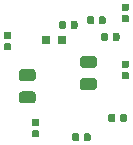
<source format=gbr>
G04 #@! TF.GenerationSoftware,KiCad,Pcbnew,6.0.0-rc1-unknown-r13540.595666d46.fc27*
G04 #@! TF.CreationDate,2018-10-03T14:03:05+02:00*
G04 #@! TF.ProjectId,Bricoleur-pcb,427269636F6C6575722D7063622E6B69,rev?*
G04 #@! TF.SameCoordinates,Original*
G04 #@! TF.FileFunction,Paste,Bot*
G04 #@! TF.FilePolarity,Positive*
%FSLAX46Y46*%
G04 Gerber Fmt 4.6, Leading zero omitted, Abs format (unit mm)*
G04 Created by KiCad (PCBNEW 6.0.0-rc1-unknown-r13540.595666d46.fc27) date Wed Oct  3 14:03:05 2018*
%MOMM*%
%LPD*%
G01*
G04 APERTURE LIST*
%ADD10C,0.100000*%
%ADD11C,0.590000*%
%ADD12C,0.975000*%
%ADD13R,0.700000X0.700000*%
G04 APERTURE END LIST*
D10*
G04 #@! TO.C,C17*
G36*
X118360443Y-136705925D02*
X118374761Y-136708049D01*
X118388802Y-136711566D01*
X118402431Y-136716443D01*
X118415516Y-136722632D01*
X118427932Y-136730073D01*
X118439558Y-136738696D01*
X118450283Y-136748417D01*
X118460004Y-136759142D01*
X118468627Y-136770768D01*
X118476068Y-136783184D01*
X118482257Y-136796269D01*
X118487134Y-136809898D01*
X118490651Y-136823939D01*
X118492775Y-136838257D01*
X118493485Y-136852715D01*
X118493485Y-137197715D01*
X118492775Y-137212173D01*
X118490651Y-137226491D01*
X118487134Y-137240532D01*
X118482257Y-137254161D01*
X118476068Y-137267246D01*
X118468627Y-137279662D01*
X118460004Y-137291288D01*
X118450283Y-137302013D01*
X118439558Y-137311734D01*
X118427932Y-137320357D01*
X118415516Y-137327798D01*
X118402431Y-137333987D01*
X118388802Y-137338864D01*
X118374761Y-137342381D01*
X118360443Y-137344505D01*
X118345985Y-137345215D01*
X118050985Y-137345215D01*
X118036527Y-137344505D01*
X118022209Y-137342381D01*
X118008168Y-137338864D01*
X117994539Y-137333987D01*
X117981454Y-137327798D01*
X117969038Y-137320357D01*
X117957412Y-137311734D01*
X117946687Y-137302013D01*
X117936966Y-137291288D01*
X117928343Y-137279662D01*
X117920902Y-137267246D01*
X117914713Y-137254161D01*
X117909836Y-137240532D01*
X117906319Y-137226491D01*
X117904195Y-137212173D01*
X117903485Y-137197715D01*
X117903485Y-136852715D01*
X117904195Y-136838257D01*
X117906319Y-136823939D01*
X117909836Y-136809898D01*
X117914713Y-136796269D01*
X117920902Y-136783184D01*
X117928343Y-136770768D01*
X117936966Y-136759142D01*
X117946687Y-136748417D01*
X117957412Y-136738696D01*
X117969038Y-136730073D01*
X117981454Y-136722632D01*
X117994539Y-136716443D01*
X118008168Y-136711566D01*
X118022209Y-136708049D01*
X118036527Y-136705925D01*
X118050985Y-136705215D01*
X118345985Y-136705215D01*
X118360443Y-136705925D01*
X118360443Y-136705925D01*
G37*
D11*
X118198485Y-137025215D03*
D10*
G36*
X117390443Y-136705925D02*
X117404761Y-136708049D01*
X117418802Y-136711566D01*
X117432431Y-136716443D01*
X117445516Y-136722632D01*
X117457932Y-136730073D01*
X117469558Y-136738696D01*
X117480283Y-136748417D01*
X117490004Y-136759142D01*
X117498627Y-136770768D01*
X117506068Y-136783184D01*
X117512257Y-136796269D01*
X117517134Y-136809898D01*
X117520651Y-136823939D01*
X117522775Y-136838257D01*
X117523485Y-136852715D01*
X117523485Y-137197715D01*
X117522775Y-137212173D01*
X117520651Y-137226491D01*
X117517134Y-137240532D01*
X117512257Y-137254161D01*
X117506068Y-137267246D01*
X117498627Y-137279662D01*
X117490004Y-137291288D01*
X117480283Y-137302013D01*
X117469558Y-137311734D01*
X117457932Y-137320357D01*
X117445516Y-137327798D01*
X117432431Y-137333987D01*
X117418802Y-137338864D01*
X117404761Y-137342381D01*
X117390443Y-137344505D01*
X117375985Y-137345215D01*
X117080985Y-137345215D01*
X117066527Y-137344505D01*
X117052209Y-137342381D01*
X117038168Y-137338864D01*
X117024539Y-137333987D01*
X117011454Y-137327798D01*
X116999038Y-137320357D01*
X116987412Y-137311734D01*
X116976687Y-137302013D01*
X116966966Y-137291288D01*
X116958343Y-137279662D01*
X116950902Y-137267246D01*
X116944713Y-137254161D01*
X116939836Y-137240532D01*
X116936319Y-137226491D01*
X116934195Y-137212173D01*
X116933485Y-137197715D01*
X116933485Y-136852715D01*
X116934195Y-136838257D01*
X116936319Y-136823939D01*
X116939836Y-136809898D01*
X116944713Y-136796269D01*
X116950902Y-136783184D01*
X116958343Y-136770768D01*
X116966966Y-136759142D01*
X116976687Y-136748417D01*
X116987412Y-136738696D01*
X116999038Y-136730073D01*
X117011454Y-136722632D01*
X117024539Y-136716443D01*
X117038168Y-136711566D01*
X117052209Y-136708049D01*
X117066527Y-136705925D01*
X117080985Y-136705215D01*
X117375985Y-136705215D01*
X117390443Y-136705925D01*
X117390443Y-136705925D01*
G37*
D11*
X117228485Y-137025215D03*
G04 #@! TD*
D10*
G04 #@! TO.C,C5*
G36*
X115717227Y-133671469D02*
X115740888Y-133674979D01*
X115764092Y-133680791D01*
X115786614Y-133688849D01*
X115808238Y-133699077D01*
X115828755Y-133711374D01*
X115847968Y-133725624D01*
X115865692Y-133741688D01*
X115881756Y-133759412D01*
X115896006Y-133778625D01*
X115908303Y-133799142D01*
X115918531Y-133820766D01*
X115926589Y-133843288D01*
X115932401Y-133866492D01*
X115935911Y-133890153D01*
X115937085Y-133914045D01*
X115937085Y-134401545D01*
X115935911Y-134425437D01*
X115932401Y-134449098D01*
X115926589Y-134472302D01*
X115918531Y-134494824D01*
X115908303Y-134516448D01*
X115896006Y-134536965D01*
X115881756Y-134556178D01*
X115865692Y-134573902D01*
X115847968Y-134589966D01*
X115828755Y-134604216D01*
X115808238Y-134616513D01*
X115786614Y-134626741D01*
X115764092Y-134634799D01*
X115740888Y-134640611D01*
X115717227Y-134644121D01*
X115693335Y-134645295D01*
X114780835Y-134645295D01*
X114756943Y-134644121D01*
X114733282Y-134640611D01*
X114710078Y-134634799D01*
X114687556Y-134626741D01*
X114665932Y-134616513D01*
X114645415Y-134604216D01*
X114626202Y-134589966D01*
X114608478Y-134573902D01*
X114592414Y-134556178D01*
X114578164Y-134536965D01*
X114565867Y-134516448D01*
X114555639Y-134494824D01*
X114547581Y-134472302D01*
X114541769Y-134449098D01*
X114538259Y-134425437D01*
X114537085Y-134401545D01*
X114537085Y-133914045D01*
X114538259Y-133890153D01*
X114541769Y-133866492D01*
X114547581Y-133843288D01*
X114555639Y-133820766D01*
X114565867Y-133799142D01*
X114578164Y-133778625D01*
X114592414Y-133759412D01*
X114608478Y-133741688D01*
X114626202Y-133725624D01*
X114645415Y-133711374D01*
X114665932Y-133699077D01*
X114687556Y-133688849D01*
X114710078Y-133680791D01*
X114733282Y-133674979D01*
X114756943Y-133671469D01*
X114780835Y-133670295D01*
X115693335Y-133670295D01*
X115717227Y-133671469D01*
X115717227Y-133671469D01*
G37*
D12*
X115237085Y-134157795D03*
D10*
G36*
X115717227Y-131796469D02*
X115740888Y-131799979D01*
X115764092Y-131805791D01*
X115786614Y-131813849D01*
X115808238Y-131824077D01*
X115828755Y-131836374D01*
X115847968Y-131850624D01*
X115865692Y-131866688D01*
X115881756Y-131884412D01*
X115896006Y-131903625D01*
X115908303Y-131924142D01*
X115918531Y-131945766D01*
X115926589Y-131968288D01*
X115932401Y-131991492D01*
X115935911Y-132015153D01*
X115937085Y-132039045D01*
X115937085Y-132526545D01*
X115935911Y-132550437D01*
X115932401Y-132574098D01*
X115926589Y-132597302D01*
X115918531Y-132619824D01*
X115908303Y-132641448D01*
X115896006Y-132661965D01*
X115881756Y-132681178D01*
X115865692Y-132698902D01*
X115847968Y-132714966D01*
X115828755Y-132729216D01*
X115808238Y-132741513D01*
X115786614Y-132751741D01*
X115764092Y-132759799D01*
X115740888Y-132765611D01*
X115717227Y-132769121D01*
X115693335Y-132770295D01*
X114780835Y-132770295D01*
X114756943Y-132769121D01*
X114733282Y-132765611D01*
X114710078Y-132759799D01*
X114687556Y-132751741D01*
X114665932Y-132741513D01*
X114645415Y-132729216D01*
X114626202Y-132714966D01*
X114608478Y-132698902D01*
X114592414Y-132681178D01*
X114578164Y-132661965D01*
X114565867Y-132641448D01*
X114555639Y-132619824D01*
X114547581Y-132597302D01*
X114541769Y-132574098D01*
X114538259Y-132550437D01*
X114537085Y-132526545D01*
X114537085Y-132039045D01*
X114538259Y-132015153D01*
X114541769Y-131991492D01*
X114547581Y-131968288D01*
X114555639Y-131945766D01*
X114565867Y-131924142D01*
X114578164Y-131903625D01*
X114592414Y-131884412D01*
X114608478Y-131866688D01*
X114626202Y-131850624D01*
X114645415Y-131836374D01*
X114665932Y-131824077D01*
X114687556Y-131813849D01*
X114710078Y-131805791D01*
X114733282Y-131799979D01*
X114756943Y-131796469D01*
X114780835Y-131795295D01*
X115693335Y-131795295D01*
X115717227Y-131796469D01*
X115717227Y-131796469D01*
G37*
D12*
X115237085Y-132282795D03*
G04 #@! TD*
D10*
G04 #@! TO.C,C6*
G36*
X118550543Y-133157005D02*
X118564861Y-133159129D01*
X118578902Y-133162646D01*
X118592531Y-133167523D01*
X118605616Y-133173712D01*
X118618032Y-133181153D01*
X118629658Y-133189776D01*
X118640383Y-133199497D01*
X118650104Y-133210222D01*
X118658727Y-133221848D01*
X118666168Y-133234264D01*
X118672357Y-133247349D01*
X118677234Y-133260978D01*
X118680751Y-133275019D01*
X118682875Y-133289337D01*
X118683585Y-133303795D01*
X118683585Y-133598795D01*
X118682875Y-133613253D01*
X118680751Y-133627571D01*
X118677234Y-133641612D01*
X118672357Y-133655241D01*
X118666168Y-133668326D01*
X118658727Y-133680742D01*
X118650104Y-133692368D01*
X118640383Y-133703093D01*
X118629658Y-133712814D01*
X118618032Y-133721437D01*
X118605616Y-133728878D01*
X118592531Y-133735067D01*
X118578902Y-133739944D01*
X118564861Y-133743461D01*
X118550543Y-133745585D01*
X118536085Y-133746295D01*
X118191085Y-133746295D01*
X118176627Y-133745585D01*
X118162309Y-133743461D01*
X118148268Y-133739944D01*
X118134639Y-133735067D01*
X118121554Y-133728878D01*
X118109138Y-133721437D01*
X118097512Y-133712814D01*
X118086787Y-133703093D01*
X118077066Y-133692368D01*
X118068443Y-133680742D01*
X118061002Y-133668326D01*
X118054813Y-133655241D01*
X118049936Y-133641612D01*
X118046419Y-133627571D01*
X118044295Y-133613253D01*
X118043585Y-133598795D01*
X118043585Y-133303795D01*
X118044295Y-133289337D01*
X118046419Y-133275019D01*
X118049936Y-133260978D01*
X118054813Y-133247349D01*
X118061002Y-133234264D01*
X118068443Y-133221848D01*
X118077066Y-133210222D01*
X118086787Y-133199497D01*
X118097512Y-133189776D01*
X118109138Y-133181153D01*
X118121554Y-133173712D01*
X118134639Y-133167523D01*
X118148268Y-133162646D01*
X118162309Y-133159129D01*
X118176627Y-133157005D01*
X118191085Y-133156295D01*
X118536085Y-133156295D01*
X118550543Y-133157005D01*
X118550543Y-133157005D01*
G37*
D11*
X118363585Y-133451295D03*
D10*
G36*
X118550543Y-132187005D02*
X118564861Y-132189129D01*
X118578902Y-132192646D01*
X118592531Y-132197523D01*
X118605616Y-132203712D01*
X118618032Y-132211153D01*
X118629658Y-132219776D01*
X118640383Y-132229497D01*
X118650104Y-132240222D01*
X118658727Y-132251848D01*
X118666168Y-132264264D01*
X118672357Y-132277349D01*
X118677234Y-132290978D01*
X118680751Y-132305019D01*
X118682875Y-132319337D01*
X118683585Y-132333795D01*
X118683585Y-132628795D01*
X118682875Y-132643253D01*
X118680751Y-132657571D01*
X118677234Y-132671612D01*
X118672357Y-132685241D01*
X118666168Y-132698326D01*
X118658727Y-132710742D01*
X118650104Y-132722368D01*
X118640383Y-132733093D01*
X118629658Y-132742814D01*
X118618032Y-132751437D01*
X118605616Y-132758878D01*
X118592531Y-132765067D01*
X118578902Y-132769944D01*
X118564861Y-132773461D01*
X118550543Y-132775585D01*
X118536085Y-132776295D01*
X118191085Y-132776295D01*
X118176627Y-132775585D01*
X118162309Y-132773461D01*
X118148268Y-132769944D01*
X118134639Y-132765067D01*
X118121554Y-132758878D01*
X118109138Y-132751437D01*
X118097512Y-132742814D01*
X118086787Y-132733093D01*
X118077066Y-132722368D01*
X118068443Y-132710742D01*
X118061002Y-132698326D01*
X118054813Y-132685241D01*
X118049936Y-132671612D01*
X118046419Y-132657571D01*
X118044295Y-132643253D01*
X118043585Y-132628795D01*
X118043585Y-132333795D01*
X118044295Y-132319337D01*
X118046419Y-132305019D01*
X118049936Y-132290978D01*
X118054813Y-132277349D01*
X118061002Y-132264264D01*
X118068443Y-132251848D01*
X118077066Y-132240222D01*
X118086787Y-132229497D01*
X118097512Y-132219776D01*
X118109138Y-132211153D01*
X118121554Y-132203712D01*
X118134639Y-132197523D01*
X118148268Y-132192646D01*
X118162309Y-132189129D01*
X118176627Y-132187005D01*
X118191085Y-132186295D01*
X118536085Y-132186295D01*
X118550543Y-132187005D01*
X118550543Y-132187005D01*
G37*
D11*
X118363585Y-132481295D03*
G04 #@! TD*
D10*
G04 #@! TO.C,C7*
G36*
X118550543Y-127361005D02*
X118564861Y-127363129D01*
X118578902Y-127366646D01*
X118592531Y-127371523D01*
X118605616Y-127377712D01*
X118618032Y-127385153D01*
X118629658Y-127393776D01*
X118640383Y-127403497D01*
X118650104Y-127414222D01*
X118658727Y-127425848D01*
X118666168Y-127438264D01*
X118672357Y-127451349D01*
X118677234Y-127464978D01*
X118680751Y-127479019D01*
X118682875Y-127493337D01*
X118683585Y-127507795D01*
X118683585Y-127802795D01*
X118682875Y-127817253D01*
X118680751Y-127831571D01*
X118677234Y-127845612D01*
X118672357Y-127859241D01*
X118666168Y-127872326D01*
X118658727Y-127884742D01*
X118650104Y-127896368D01*
X118640383Y-127907093D01*
X118629658Y-127916814D01*
X118618032Y-127925437D01*
X118605616Y-127932878D01*
X118592531Y-127939067D01*
X118578902Y-127943944D01*
X118564861Y-127947461D01*
X118550543Y-127949585D01*
X118536085Y-127950295D01*
X118191085Y-127950295D01*
X118176627Y-127949585D01*
X118162309Y-127947461D01*
X118148268Y-127943944D01*
X118134639Y-127939067D01*
X118121554Y-127932878D01*
X118109138Y-127925437D01*
X118097512Y-127916814D01*
X118086787Y-127907093D01*
X118077066Y-127896368D01*
X118068443Y-127884742D01*
X118061002Y-127872326D01*
X118054813Y-127859241D01*
X118049936Y-127845612D01*
X118046419Y-127831571D01*
X118044295Y-127817253D01*
X118043585Y-127802795D01*
X118043585Y-127507795D01*
X118044295Y-127493337D01*
X118046419Y-127479019D01*
X118049936Y-127464978D01*
X118054813Y-127451349D01*
X118061002Y-127438264D01*
X118068443Y-127425848D01*
X118077066Y-127414222D01*
X118086787Y-127403497D01*
X118097512Y-127393776D01*
X118109138Y-127385153D01*
X118121554Y-127377712D01*
X118134639Y-127371523D01*
X118148268Y-127366646D01*
X118162309Y-127363129D01*
X118176627Y-127361005D01*
X118191085Y-127360295D01*
X118536085Y-127360295D01*
X118550543Y-127361005D01*
X118550543Y-127361005D01*
G37*
D11*
X118363585Y-127655295D03*
D10*
G36*
X118550543Y-128331005D02*
X118564861Y-128333129D01*
X118578902Y-128336646D01*
X118592531Y-128341523D01*
X118605616Y-128347712D01*
X118618032Y-128355153D01*
X118629658Y-128363776D01*
X118640383Y-128373497D01*
X118650104Y-128384222D01*
X118658727Y-128395848D01*
X118666168Y-128408264D01*
X118672357Y-128421349D01*
X118677234Y-128434978D01*
X118680751Y-128449019D01*
X118682875Y-128463337D01*
X118683585Y-128477795D01*
X118683585Y-128772795D01*
X118682875Y-128787253D01*
X118680751Y-128801571D01*
X118677234Y-128815612D01*
X118672357Y-128829241D01*
X118666168Y-128842326D01*
X118658727Y-128854742D01*
X118650104Y-128866368D01*
X118640383Y-128877093D01*
X118629658Y-128886814D01*
X118618032Y-128895437D01*
X118605616Y-128902878D01*
X118592531Y-128909067D01*
X118578902Y-128913944D01*
X118564861Y-128917461D01*
X118550543Y-128919585D01*
X118536085Y-128920295D01*
X118191085Y-128920295D01*
X118176627Y-128919585D01*
X118162309Y-128917461D01*
X118148268Y-128913944D01*
X118134639Y-128909067D01*
X118121554Y-128902878D01*
X118109138Y-128895437D01*
X118097512Y-128886814D01*
X118086787Y-128877093D01*
X118077066Y-128866368D01*
X118068443Y-128854742D01*
X118061002Y-128842326D01*
X118054813Y-128829241D01*
X118049936Y-128815612D01*
X118046419Y-128801571D01*
X118044295Y-128787253D01*
X118043585Y-128772795D01*
X118043585Y-128477795D01*
X118044295Y-128463337D01*
X118046419Y-128449019D01*
X118049936Y-128434978D01*
X118054813Y-128421349D01*
X118061002Y-128408264D01*
X118068443Y-128395848D01*
X118077066Y-128384222D01*
X118086787Y-128373497D01*
X118097512Y-128363776D01*
X118109138Y-128355153D01*
X118121554Y-128347712D01*
X118134639Y-128341523D01*
X118148268Y-128336646D01*
X118162309Y-128333129D01*
X118176627Y-128331005D01*
X118191085Y-128330295D01*
X118536085Y-128330295D01*
X118550543Y-128331005D01*
X118550543Y-128331005D01*
G37*
D11*
X118363585Y-128625295D03*
G04 #@! TD*
D10*
G04 #@! TO.C,C8*
G36*
X110955943Y-137109525D02*
X110970261Y-137111649D01*
X110984302Y-137115166D01*
X110997931Y-137120043D01*
X111011016Y-137126232D01*
X111023432Y-137133673D01*
X111035058Y-137142296D01*
X111045783Y-137152017D01*
X111055504Y-137162742D01*
X111064127Y-137174368D01*
X111071568Y-137186784D01*
X111077757Y-137199869D01*
X111082634Y-137213498D01*
X111086151Y-137227539D01*
X111088275Y-137241857D01*
X111088985Y-137256315D01*
X111088985Y-137551315D01*
X111088275Y-137565773D01*
X111086151Y-137580091D01*
X111082634Y-137594132D01*
X111077757Y-137607761D01*
X111071568Y-137620846D01*
X111064127Y-137633262D01*
X111055504Y-137644888D01*
X111045783Y-137655613D01*
X111035058Y-137665334D01*
X111023432Y-137673957D01*
X111011016Y-137681398D01*
X110997931Y-137687587D01*
X110984302Y-137692464D01*
X110970261Y-137695981D01*
X110955943Y-137698105D01*
X110941485Y-137698815D01*
X110596485Y-137698815D01*
X110582027Y-137698105D01*
X110567709Y-137695981D01*
X110553668Y-137692464D01*
X110540039Y-137687587D01*
X110526954Y-137681398D01*
X110514538Y-137673957D01*
X110502912Y-137665334D01*
X110492187Y-137655613D01*
X110482466Y-137644888D01*
X110473843Y-137633262D01*
X110466402Y-137620846D01*
X110460213Y-137607761D01*
X110455336Y-137594132D01*
X110451819Y-137580091D01*
X110449695Y-137565773D01*
X110448985Y-137551315D01*
X110448985Y-137256315D01*
X110449695Y-137241857D01*
X110451819Y-137227539D01*
X110455336Y-137213498D01*
X110460213Y-137199869D01*
X110466402Y-137186784D01*
X110473843Y-137174368D01*
X110482466Y-137162742D01*
X110492187Y-137152017D01*
X110502912Y-137142296D01*
X110514538Y-137133673D01*
X110526954Y-137126232D01*
X110540039Y-137120043D01*
X110553668Y-137115166D01*
X110567709Y-137111649D01*
X110582027Y-137109525D01*
X110596485Y-137108815D01*
X110941485Y-137108815D01*
X110955943Y-137109525D01*
X110955943Y-137109525D01*
G37*
D11*
X110768985Y-137403815D03*
D10*
G36*
X110955943Y-138079525D02*
X110970261Y-138081649D01*
X110984302Y-138085166D01*
X110997931Y-138090043D01*
X111011016Y-138096232D01*
X111023432Y-138103673D01*
X111035058Y-138112296D01*
X111045783Y-138122017D01*
X111055504Y-138132742D01*
X111064127Y-138144368D01*
X111071568Y-138156784D01*
X111077757Y-138169869D01*
X111082634Y-138183498D01*
X111086151Y-138197539D01*
X111088275Y-138211857D01*
X111088985Y-138226315D01*
X111088985Y-138521315D01*
X111088275Y-138535773D01*
X111086151Y-138550091D01*
X111082634Y-138564132D01*
X111077757Y-138577761D01*
X111071568Y-138590846D01*
X111064127Y-138603262D01*
X111055504Y-138614888D01*
X111045783Y-138625613D01*
X111035058Y-138635334D01*
X111023432Y-138643957D01*
X111011016Y-138651398D01*
X110997931Y-138657587D01*
X110984302Y-138662464D01*
X110970261Y-138665981D01*
X110955943Y-138668105D01*
X110941485Y-138668815D01*
X110596485Y-138668815D01*
X110582027Y-138668105D01*
X110567709Y-138665981D01*
X110553668Y-138662464D01*
X110540039Y-138657587D01*
X110526954Y-138651398D01*
X110514538Y-138643957D01*
X110502912Y-138635334D01*
X110492187Y-138625613D01*
X110482466Y-138614888D01*
X110473843Y-138603262D01*
X110466402Y-138590846D01*
X110460213Y-138577761D01*
X110455336Y-138564132D01*
X110451819Y-138550091D01*
X110449695Y-138535773D01*
X110448985Y-138521315D01*
X110448985Y-138226315D01*
X110449695Y-138211857D01*
X110451819Y-138197539D01*
X110455336Y-138183498D01*
X110460213Y-138169869D01*
X110466402Y-138156784D01*
X110473843Y-138144368D01*
X110482466Y-138132742D01*
X110492187Y-138122017D01*
X110502912Y-138112296D01*
X110514538Y-138103673D01*
X110526954Y-138096232D01*
X110540039Y-138090043D01*
X110553668Y-138085166D01*
X110567709Y-138081649D01*
X110582027Y-138079525D01*
X110596485Y-138078815D01*
X110941485Y-138078815D01*
X110955943Y-138079525D01*
X110955943Y-138079525D01*
G37*
D11*
X110768985Y-138373815D03*
G04 #@! TD*
D10*
G04 #@! TO.C,C9*
G36*
X115589443Y-128425525D02*
X115603761Y-128427649D01*
X115617802Y-128431166D01*
X115631431Y-128436043D01*
X115644516Y-128442232D01*
X115656932Y-128449673D01*
X115668558Y-128458296D01*
X115679283Y-128468017D01*
X115689004Y-128478742D01*
X115697627Y-128490368D01*
X115705068Y-128502784D01*
X115711257Y-128515869D01*
X115716134Y-128529498D01*
X115719651Y-128543539D01*
X115721775Y-128557857D01*
X115722485Y-128572315D01*
X115722485Y-128917315D01*
X115721775Y-128931773D01*
X115719651Y-128946091D01*
X115716134Y-128960132D01*
X115711257Y-128973761D01*
X115705068Y-128986846D01*
X115697627Y-128999262D01*
X115689004Y-129010888D01*
X115679283Y-129021613D01*
X115668558Y-129031334D01*
X115656932Y-129039957D01*
X115644516Y-129047398D01*
X115631431Y-129053587D01*
X115617802Y-129058464D01*
X115603761Y-129061981D01*
X115589443Y-129064105D01*
X115574985Y-129064815D01*
X115279985Y-129064815D01*
X115265527Y-129064105D01*
X115251209Y-129061981D01*
X115237168Y-129058464D01*
X115223539Y-129053587D01*
X115210454Y-129047398D01*
X115198038Y-129039957D01*
X115186412Y-129031334D01*
X115175687Y-129021613D01*
X115165966Y-129010888D01*
X115157343Y-128999262D01*
X115149902Y-128986846D01*
X115143713Y-128973761D01*
X115138836Y-128960132D01*
X115135319Y-128946091D01*
X115133195Y-128931773D01*
X115132485Y-128917315D01*
X115132485Y-128572315D01*
X115133195Y-128557857D01*
X115135319Y-128543539D01*
X115138836Y-128529498D01*
X115143713Y-128515869D01*
X115149902Y-128502784D01*
X115157343Y-128490368D01*
X115165966Y-128478742D01*
X115175687Y-128468017D01*
X115186412Y-128458296D01*
X115198038Y-128449673D01*
X115210454Y-128442232D01*
X115223539Y-128436043D01*
X115237168Y-128431166D01*
X115251209Y-128427649D01*
X115265527Y-128425525D01*
X115279985Y-128424815D01*
X115574985Y-128424815D01*
X115589443Y-128425525D01*
X115589443Y-128425525D01*
G37*
D11*
X115427485Y-128744815D03*
D10*
G36*
X116559443Y-128425525D02*
X116573761Y-128427649D01*
X116587802Y-128431166D01*
X116601431Y-128436043D01*
X116614516Y-128442232D01*
X116626932Y-128449673D01*
X116638558Y-128458296D01*
X116649283Y-128468017D01*
X116659004Y-128478742D01*
X116667627Y-128490368D01*
X116675068Y-128502784D01*
X116681257Y-128515869D01*
X116686134Y-128529498D01*
X116689651Y-128543539D01*
X116691775Y-128557857D01*
X116692485Y-128572315D01*
X116692485Y-128917315D01*
X116691775Y-128931773D01*
X116689651Y-128946091D01*
X116686134Y-128960132D01*
X116681257Y-128973761D01*
X116675068Y-128986846D01*
X116667627Y-128999262D01*
X116659004Y-129010888D01*
X116649283Y-129021613D01*
X116638558Y-129031334D01*
X116626932Y-129039957D01*
X116614516Y-129047398D01*
X116601431Y-129053587D01*
X116587802Y-129058464D01*
X116573761Y-129061981D01*
X116559443Y-129064105D01*
X116544985Y-129064815D01*
X116249985Y-129064815D01*
X116235527Y-129064105D01*
X116221209Y-129061981D01*
X116207168Y-129058464D01*
X116193539Y-129053587D01*
X116180454Y-129047398D01*
X116168038Y-129039957D01*
X116156412Y-129031334D01*
X116145687Y-129021613D01*
X116135966Y-129010888D01*
X116127343Y-128999262D01*
X116119902Y-128986846D01*
X116113713Y-128973761D01*
X116108836Y-128960132D01*
X116105319Y-128946091D01*
X116103195Y-128931773D01*
X116102485Y-128917315D01*
X116102485Y-128572315D01*
X116103195Y-128557857D01*
X116105319Y-128543539D01*
X116108836Y-128529498D01*
X116113713Y-128515869D01*
X116119902Y-128502784D01*
X116127343Y-128490368D01*
X116135966Y-128478742D01*
X116145687Y-128468017D01*
X116156412Y-128458296D01*
X116168038Y-128449673D01*
X116180454Y-128442232D01*
X116193539Y-128436043D01*
X116207168Y-128431166D01*
X116221209Y-128427649D01*
X116235527Y-128425525D01*
X116249985Y-128424815D01*
X116544985Y-128424815D01*
X116559443Y-128425525D01*
X116559443Y-128425525D01*
G37*
D11*
X116397485Y-128744815D03*
G04 #@! TD*
D10*
G04 #@! TO.C,C10*
G36*
X116770543Y-129853005D02*
X116784861Y-129855129D01*
X116798902Y-129858646D01*
X116812531Y-129863523D01*
X116825616Y-129869712D01*
X116838032Y-129877153D01*
X116849658Y-129885776D01*
X116860383Y-129895497D01*
X116870104Y-129906222D01*
X116878727Y-129917848D01*
X116886168Y-129930264D01*
X116892357Y-129943349D01*
X116897234Y-129956978D01*
X116900751Y-129971019D01*
X116902875Y-129985337D01*
X116903585Y-129999795D01*
X116903585Y-130344795D01*
X116902875Y-130359253D01*
X116900751Y-130373571D01*
X116897234Y-130387612D01*
X116892357Y-130401241D01*
X116886168Y-130414326D01*
X116878727Y-130426742D01*
X116870104Y-130438368D01*
X116860383Y-130449093D01*
X116849658Y-130458814D01*
X116838032Y-130467437D01*
X116825616Y-130474878D01*
X116812531Y-130481067D01*
X116798902Y-130485944D01*
X116784861Y-130489461D01*
X116770543Y-130491585D01*
X116756085Y-130492295D01*
X116461085Y-130492295D01*
X116446627Y-130491585D01*
X116432309Y-130489461D01*
X116418268Y-130485944D01*
X116404639Y-130481067D01*
X116391554Y-130474878D01*
X116379138Y-130467437D01*
X116367512Y-130458814D01*
X116356787Y-130449093D01*
X116347066Y-130438368D01*
X116338443Y-130426742D01*
X116331002Y-130414326D01*
X116324813Y-130401241D01*
X116319936Y-130387612D01*
X116316419Y-130373571D01*
X116314295Y-130359253D01*
X116313585Y-130344795D01*
X116313585Y-129999795D01*
X116314295Y-129985337D01*
X116316419Y-129971019D01*
X116319936Y-129956978D01*
X116324813Y-129943349D01*
X116331002Y-129930264D01*
X116338443Y-129917848D01*
X116347066Y-129906222D01*
X116356787Y-129895497D01*
X116367512Y-129885776D01*
X116379138Y-129877153D01*
X116391554Y-129869712D01*
X116404639Y-129863523D01*
X116418268Y-129858646D01*
X116432309Y-129855129D01*
X116446627Y-129853005D01*
X116461085Y-129852295D01*
X116756085Y-129852295D01*
X116770543Y-129853005D01*
X116770543Y-129853005D01*
G37*
D11*
X116608585Y-130172295D03*
D10*
G36*
X117740543Y-129853005D02*
X117754861Y-129855129D01*
X117768902Y-129858646D01*
X117782531Y-129863523D01*
X117795616Y-129869712D01*
X117808032Y-129877153D01*
X117819658Y-129885776D01*
X117830383Y-129895497D01*
X117840104Y-129906222D01*
X117848727Y-129917848D01*
X117856168Y-129930264D01*
X117862357Y-129943349D01*
X117867234Y-129956978D01*
X117870751Y-129971019D01*
X117872875Y-129985337D01*
X117873585Y-129999795D01*
X117873585Y-130344795D01*
X117872875Y-130359253D01*
X117870751Y-130373571D01*
X117867234Y-130387612D01*
X117862357Y-130401241D01*
X117856168Y-130414326D01*
X117848727Y-130426742D01*
X117840104Y-130438368D01*
X117830383Y-130449093D01*
X117819658Y-130458814D01*
X117808032Y-130467437D01*
X117795616Y-130474878D01*
X117782531Y-130481067D01*
X117768902Y-130485944D01*
X117754861Y-130489461D01*
X117740543Y-130491585D01*
X117726085Y-130492295D01*
X117431085Y-130492295D01*
X117416627Y-130491585D01*
X117402309Y-130489461D01*
X117388268Y-130485944D01*
X117374639Y-130481067D01*
X117361554Y-130474878D01*
X117349138Y-130467437D01*
X117337512Y-130458814D01*
X117326787Y-130449093D01*
X117317066Y-130438368D01*
X117308443Y-130426742D01*
X117301002Y-130414326D01*
X117294813Y-130401241D01*
X117289936Y-130387612D01*
X117286419Y-130373571D01*
X117284295Y-130359253D01*
X117283585Y-130344795D01*
X117283585Y-129999795D01*
X117284295Y-129985337D01*
X117286419Y-129971019D01*
X117289936Y-129956978D01*
X117294813Y-129943349D01*
X117301002Y-129930264D01*
X117308443Y-129917848D01*
X117317066Y-129906222D01*
X117326787Y-129895497D01*
X117337512Y-129885776D01*
X117349138Y-129877153D01*
X117361554Y-129869712D01*
X117374639Y-129863523D01*
X117388268Y-129858646D01*
X117402309Y-129855129D01*
X117416627Y-129853005D01*
X117431085Y-129852295D01*
X117726085Y-129852295D01*
X117740543Y-129853005D01*
X117740543Y-129853005D01*
G37*
D11*
X117578585Y-130172295D03*
G04 #@! TD*
D10*
G04 #@! TO.C,C11*
G36*
X114319443Y-138331525D02*
X114333761Y-138333649D01*
X114347802Y-138337166D01*
X114361431Y-138342043D01*
X114374516Y-138348232D01*
X114386932Y-138355673D01*
X114398558Y-138364296D01*
X114409283Y-138374017D01*
X114419004Y-138384742D01*
X114427627Y-138396368D01*
X114435068Y-138408784D01*
X114441257Y-138421869D01*
X114446134Y-138435498D01*
X114449651Y-138449539D01*
X114451775Y-138463857D01*
X114452485Y-138478315D01*
X114452485Y-138823315D01*
X114451775Y-138837773D01*
X114449651Y-138852091D01*
X114446134Y-138866132D01*
X114441257Y-138879761D01*
X114435068Y-138892846D01*
X114427627Y-138905262D01*
X114419004Y-138916888D01*
X114409283Y-138927613D01*
X114398558Y-138937334D01*
X114386932Y-138945957D01*
X114374516Y-138953398D01*
X114361431Y-138959587D01*
X114347802Y-138964464D01*
X114333761Y-138967981D01*
X114319443Y-138970105D01*
X114304985Y-138970815D01*
X114009985Y-138970815D01*
X113995527Y-138970105D01*
X113981209Y-138967981D01*
X113967168Y-138964464D01*
X113953539Y-138959587D01*
X113940454Y-138953398D01*
X113928038Y-138945957D01*
X113916412Y-138937334D01*
X113905687Y-138927613D01*
X113895966Y-138916888D01*
X113887343Y-138905262D01*
X113879902Y-138892846D01*
X113873713Y-138879761D01*
X113868836Y-138866132D01*
X113865319Y-138852091D01*
X113863195Y-138837773D01*
X113862485Y-138823315D01*
X113862485Y-138478315D01*
X113863195Y-138463857D01*
X113865319Y-138449539D01*
X113868836Y-138435498D01*
X113873713Y-138421869D01*
X113879902Y-138408784D01*
X113887343Y-138396368D01*
X113895966Y-138384742D01*
X113905687Y-138374017D01*
X113916412Y-138364296D01*
X113928038Y-138355673D01*
X113940454Y-138348232D01*
X113953539Y-138342043D01*
X113967168Y-138337166D01*
X113981209Y-138333649D01*
X113995527Y-138331525D01*
X114009985Y-138330815D01*
X114304985Y-138330815D01*
X114319443Y-138331525D01*
X114319443Y-138331525D01*
G37*
D11*
X114157485Y-138650815D03*
D10*
G36*
X115289443Y-138331525D02*
X115303761Y-138333649D01*
X115317802Y-138337166D01*
X115331431Y-138342043D01*
X115344516Y-138348232D01*
X115356932Y-138355673D01*
X115368558Y-138364296D01*
X115379283Y-138374017D01*
X115389004Y-138384742D01*
X115397627Y-138396368D01*
X115405068Y-138408784D01*
X115411257Y-138421869D01*
X115416134Y-138435498D01*
X115419651Y-138449539D01*
X115421775Y-138463857D01*
X115422485Y-138478315D01*
X115422485Y-138823315D01*
X115421775Y-138837773D01*
X115419651Y-138852091D01*
X115416134Y-138866132D01*
X115411257Y-138879761D01*
X115405068Y-138892846D01*
X115397627Y-138905262D01*
X115389004Y-138916888D01*
X115379283Y-138927613D01*
X115368558Y-138937334D01*
X115356932Y-138945957D01*
X115344516Y-138953398D01*
X115331431Y-138959587D01*
X115317802Y-138964464D01*
X115303761Y-138967981D01*
X115289443Y-138970105D01*
X115274985Y-138970815D01*
X114979985Y-138970815D01*
X114965527Y-138970105D01*
X114951209Y-138967981D01*
X114937168Y-138964464D01*
X114923539Y-138959587D01*
X114910454Y-138953398D01*
X114898038Y-138945957D01*
X114886412Y-138937334D01*
X114875687Y-138927613D01*
X114865966Y-138916888D01*
X114857343Y-138905262D01*
X114849902Y-138892846D01*
X114843713Y-138879761D01*
X114838836Y-138866132D01*
X114835319Y-138852091D01*
X114833195Y-138837773D01*
X114832485Y-138823315D01*
X114832485Y-138478315D01*
X114833195Y-138463857D01*
X114835319Y-138449539D01*
X114838836Y-138435498D01*
X114843713Y-138421869D01*
X114849902Y-138408784D01*
X114857343Y-138396368D01*
X114865966Y-138384742D01*
X114875687Y-138374017D01*
X114886412Y-138364296D01*
X114898038Y-138355673D01*
X114910454Y-138348232D01*
X114923539Y-138342043D01*
X114937168Y-138337166D01*
X114951209Y-138333649D01*
X114965527Y-138331525D01*
X114979985Y-138330815D01*
X115274985Y-138330815D01*
X115289443Y-138331525D01*
X115289443Y-138331525D01*
G37*
D11*
X115127485Y-138650815D03*
G04 #@! TD*
D10*
G04 #@! TO.C,C12*
G36*
X108581043Y-130713525D02*
X108595361Y-130715649D01*
X108609402Y-130719166D01*
X108623031Y-130724043D01*
X108636116Y-130730232D01*
X108648532Y-130737673D01*
X108660158Y-130746296D01*
X108670883Y-130756017D01*
X108680604Y-130766742D01*
X108689227Y-130778368D01*
X108696668Y-130790784D01*
X108702857Y-130803869D01*
X108707734Y-130817498D01*
X108711251Y-130831539D01*
X108713375Y-130845857D01*
X108714085Y-130860315D01*
X108714085Y-131155315D01*
X108713375Y-131169773D01*
X108711251Y-131184091D01*
X108707734Y-131198132D01*
X108702857Y-131211761D01*
X108696668Y-131224846D01*
X108689227Y-131237262D01*
X108680604Y-131248888D01*
X108670883Y-131259613D01*
X108660158Y-131269334D01*
X108648532Y-131277957D01*
X108636116Y-131285398D01*
X108623031Y-131291587D01*
X108609402Y-131296464D01*
X108595361Y-131299981D01*
X108581043Y-131302105D01*
X108566585Y-131302815D01*
X108221585Y-131302815D01*
X108207127Y-131302105D01*
X108192809Y-131299981D01*
X108178768Y-131296464D01*
X108165139Y-131291587D01*
X108152054Y-131285398D01*
X108139638Y-131277957D01*
X108128012Y-131269334D01*
X108117287Y-131259613D01*
X108107566Y-131248888D01*
X108098943Y-131237262D01*
X108091502Y-131224846D01*
X108085313Y-131211761D01*
X108080436Y-131198132D01*
X108076919Y-131184091D01*
X108074795Y-131169773D01*
X108074085Y-131155315D01*
X108074085Y-130860315D01*
X108074795Y-130845857D01*
X108076919Y-130831539D01*
X108080436Y-130817498D01*
X108085313Y-130803869D01*
X108091502Y-130790784D01*
X108098943Y-130778368D01*
X108107566Y-130766742D01*
X108117287Y-130756017D01*
X108128012Y-130746296D01*
X108139638Y-130737673D01*
X108152054Y-130730232D01*
X108165139Y-130724043D01*
X108178768Y-130719166D01*
X108192809Y-130715649D01*
X108207127Y-130713525D01*
X108221585Y-130712815D01*
X108566585Y-130712815D01*
X108581043Y-130713525D01*
X108581043Y-130713525D01*
G37*
D11*
X108394085Y-131007815D03*
D10*
G36*
X108581043Y-129743525D02*
X108595361Y-129745649D01*
X108609402Y-129749166D01*
X108623031Y-129754043D01*
X108636116Y-129760232D01*
X108648532Y-129767673D01*
X108660158Y-129776296D01*
X108670883Y-129786017D01*
X108680604Y-129796742D01*
X108689227Y-129808368D01*
X108696668Y-129820784D01*
X108702857Y-129833869D01*
X108707734Y-129847498D01*
X108711251Y-129861539D01*
X108713375Y-129875857D01*
X108714085Y-129890315D01*
X108714085Y-130185315D01*
X108713375Y-130199773D01*
X108711251Y-130214091D01*
X108707734Y-130228132D01*
X108702857Y-130241761D01*
X108696668Y-130254846D01*
X108689227Y-130267262D01*
X108680604Y-130278888D01*
X108670883Y-130289613D01*
X108660158Y-130299334D01*
X108648532Y-130307957D01*
X108636116Y-130315398D01*
X108623031Y-130321587D01*
X108609402Y-130326464D01*
X108595361Y-130329981D01*
X108581043Y-130332105D01*
X108566585Y-130332815D01*
X108221585Y-130332815D01*
X108207127Y-130332105D01*
X108192809Y-130329981D01*
X108178768Y-130326464D01*
X108165139Y-130321587D01*
X108152054Y-130315398D01*
X108139638Y-130307957D01*
X108128012Y-130299334D01*
X108117287Y-130289613D01*
X108107566Y-130278888D01*
X108098943Y-130267262D01*
X108091502Y-130254846D01*
X108085313Y-130241761D01*
X108080436Y-130228132D01*
X108076919Y-130214091D01*
X108074795Y-130199773D01*
X108074085Y-130185315D01*
X108074085Y-129890315D01*
X108074795Y-129875857D01*
X108076919Y-129861539D01*
X108080436Y-129847498D01*
X108085313Y-129833869D01*
X108091502Y-129820784D01*
X108098943Y-129808368D01*
X108107566Y-129796742D01*
X108117287Y-129786017D01*
X108128012Y-129776296D01*
X108139638Y-129767673D01*
X108152054Y-129760232D01*
X108165139Y-129754043D01*
X108178768Y-129749166D01*
X108192809Y-129745649D01*
X108207127Y-129743525D01*
X108221585Y-129742815D01*
X108566585Y-129742815D01*
X108581043Y-129743525D01*
X108581043Y-129743525D01*
G37*
D11*
X108394085Y-130037815D03*
G04 #@! TD*
D10*
G04 #@! TO.C,C13*
G36*
X110550627Y-134783989D02*
X110574288Y-134787499D01*
X110597492Y-134793311D01*
X110620014Y-134801369D01*
X110641638Y-134811597D01*
X110662155Y-134823894D01*
X110681368Y-134838144D01*
X110699092Y-134854208D01*
X110715156Y-134871932D01*
X110729406Y-134891145D01*
X110741703Y-134911662D01*
X110751931Y-134933286D01*
X110759989Y-134955808D01*
X110765801Y-134979012D01*
X110769311Y-135002673D01*
X110770485Y-135026565D01*
X110770485Y-135514065D01*
X110769311Y-135537957D01*
X110765801Y-135561618D01*
X110759989Y-135584822D01*
X110751931Y-135607344D01*
X110741703Y-135628968D01*
X110729406Y-135649485D01*
X110715156Y-135668698D01*
X110699092Y-135686422D01*
X110681368Y-135702486D01*
X110662155Y-135716736D01*
X110641638Y-135729033D01*
X110620014Y-135739261D01*
X110597492Y-135747319D01*
X110574288Y-135753131D01*
X110550627Y-135756641D01*
X110526735Y-135757815D01*
X109614235Y-135757815D01*
X109590343Y-135756641D01*
X109566682Y-135753131D01*
X109543478Y-135747319D01*
X109520956Y-135739261D01*
X109499332Y-135729033D01*
X109478815Y-135716736D01*
X109459602Y-135702486D01*
X109441878Y-135686422D01*
X109425814Y-135668698D01*
X109411564Y-135649485D01*
X109399267Y-135628968D01*
X109389039Y-135607344D01*
X109380981Y-135584822D01*
X109375169Y-135561618D01*
X109371659Y-135537957D01*
X109370485Y-135514065D01*
X109370485Y-135026565D01*
X109371659Y-135002673D01*
X109375169Y-134979012D01*
X109380981Y-134955808D01*
X109389039Y-134933286D01*
X109399267Y-134911662D01*
X109411564Y-134891145D01*
X109425814Y-134871932D01*
X109441878Y-134854208D01*
X109459602Y-134838144D01*
X109478815Y-134823894D01*
X109499332Y-134811597D01*
X109520956Y-134801369D01*
X109543478Y-134793311D01*
X109566682Y-134787499D01*
X109590343Y-134783989D01*
X109614235Y-134782815D01*
X110526735Y-134782815D01*
X110550627Y-134783989D01*
X110550627Y-134783989D01*
G37*
D12*
X110070485Y-135270315D03*
D10*
G36*
X110550627Y-132908989D02*
X110574288Y-132912499D01*
X110597492Y-132918311D01*
X110620014Y-132926369D01*
X110641638Y-132936597D01*
X110662155Y-132948894D01*
X110681368Y-132963144D01*
X110699092Y-132979208D01*
X110715156Y-132996932D01*
X110729406Y-133016145D01*
X110741703Y-133036662D01*
X110751931Y-133058286D01*
X110759989Y-133080808D01*
X110765801Y-133104012D01*
X110769311Y-133127673D01*
X110770485Y-133151565D01*
X110770485Y-133639065D01*
X110769311Y-133662957D01*
X110765801Y-133686618D01*
X110759989Y-133709822D01*
X110751931Y-133732344D01*
X110741703Y-133753968D01*
X110729406Y-133774485D01*
X110715156Y-133793698D01*
X110699092Y-133811422D01*
X110681368Y-133827486D01*
X110662155Y-133841736D01*
X110641638Y-133854033D01*
X110620014Y-133864261D01*
X110597492Y-133872319D01*
X110574288Y-133878131D01*
X110550627Y-133881641D01*
X110526735Y-133882815D01*
X109614235Y-133882815D01*
X109590343Y-133881641D01*
X109566682Y-133878131D01*
X109543478Y-133872319D01*
X109520956Y-133864261D01*
X109499332Y-133854033D01*
X109478815Y-133841736D01*
X109459602Y-133827486D01*
X109441878Y-133811422D01*
X109425814Y-133793698D01*
X109411564Y-133774485D01*
X109399267Y-133753968D01*
X109389039Y-133732344D01*
X109380981Y-133709822D01*
X109375169Y-133686618D01*
X109371659Y-133662957D01*
X109370485Y-133639065D01*
X109370485Y-133151565D01*
X109371659Y-133127673D01*
X109375169Y-133104012D01*
X109380981Y-133080808D01*
X109389039Y-133058286D01*
X109399267Y-133036662D01*
X109411564Y-133016145D01*
X109425814Y-132996932D01*
X109441878Y-132979208D01*
X109459602Y-132963144D01*
X109478815Y-132948894D01*
X109499332Y-132936597D01*
X109520956Y-132926369D01*
X109543478Y-132918311D01*
X109566682Y-132912499D01*
X109590343Y-132908989D01*
X109614235Y-132907815D01*
X110526735Y-132907815D01*
X110550627Y-132908989D01*
X110550627Y-132908989D01*
G37*
D12*
X110070485Y-133395315D03*
G04 #@! TD*
D10*
G04 #@! TO.C,R4*
G36*
X114184543Y-128837005D02*
X114198861Y-128839129D01*
X114212902Y-128842646D01*
X114226531Y-128847523D01*
X114239616Y-128853712D01*
X114252032Y-128861153D01*
X114263658Y-128869776D01*
X114274383Y-128879497D01*
X114284104Y-128890222D01*
X114292727Y-128901848D01*
X114300168Y-128914264D01*
X114306357Y-128927349D01*
X114311234Y-128940978D01*
X114314751Y-128955019D01*
X114316875Y-128969337D01*
X114317585Y-128983795D01*
X114317585Y-129328795D01*
X114316875Y-129343253D01*
X114314751Y-129357571D01*
X114311234Y-129371612D01*
X114306357Y-129385241D01*
X114300168Y-129398326D01*
X114292727Y-129410742D01*
X114284104Y-129422368D01*
X114274383Y-129433093D01*
X114263658Y-129442814D01*
X114252032Y-129451437D01*
X114239616Y-129458878D01*
X114226531Y-129465067D01*
X114212902Y-129469944D01*
X114198861Y-129473461D01*
X114184543Y-129475585D01*
X114170085Y-129476295D01*
X113875085Y-129476295D01*
X113860627Y-129475585D01*
X113846309Y-129473461D01*
X113832268Y-129469944D01*
X113818639Y-129465067D01*
X113805554Y-129458878D01*
X113793138Y-129451437D01*
X113781512Y-129442814D01*
X113770787Y-129433093D01*
X113761066Y-129422368D01*
X113752443Y-129410742D01*
X113745002Y-129398326D01*
X113738813Y-129385241D01*
X113733936Y-129371612D01*
X113730419Y-129357571D01*
X113728295Y-129343253D01*
X113727585Y-129328795D01*
X113727585Y-128983795D01*
X113728295Y-128969337D01*
X113730419Y-128955019D01*
X113733936Y-128940978D01*
X113738813Y-128927349D01*
X113745002Y-128914264D01*
X113752443Y-128901848D01*
X113761066Y-128890222D01*
X113770787Y-128879497D01*
X113781512Y-128869776D01*
X113793138Y-128861153D01*
X113805554Y-128853712D01*
X113818639Y-128847523D01*
X113832268Y-128842646D01*
X113846309Y-128839129D01*
X113860627Y-128837005D01*
X113875085Y-128836295D01*
X114170085Y-128836295D01*
X114184543Y-128837005D01*
X114184543Y-128837005D01*
G37*
D11*
X114022585Y-129156295D03*
D10*
G36*
X113214543Y-128837005D02*
X113228861Y-128839129D01*
X113242902Y-128842646D01*
X113256531Y-128847523D01*
X113269616Y-128853712D01*
X113282032Y-128861153D01*
X113293658Y-128869776D01*
X113304383Y-128879497D01*
X113314104Y-128890222D01*
X113322727Y-128901848D01*
X113330168Y-128914264D01*
X113336357Y-128927349D01*
X113341234Y-128940978D01*
X113344751Y-128955019D01*
X113346875Y-128969337D01*
X113347585Y-128983795D01*
X113347585Y-129328795D01*
X113346875Y-129343253D01*
X113344751Y-129357571D01*
X113341234Y-129371612D01*
X113336357Y-129385241D01*
X113330168Y-129398326D01*
X113322727Y-129410742D01*
X113314104Y-129422368D01*
X113304383Y-129433093D01*
X113293658Y-129442814D01*
X113282032Y-129451437D01*
X113269616Y-129458878D01*
X113256531Y-129465067D01*
X113242902Y-129469944D01*
X113228861Y-129473461D01*
X113214543Y-129475585D01*
X113200085Y-129476295D01*
X112905085Y-129476295D01*
X112890627Y-129475585D01*
X112876309Y-129473461D01*
X112862268Y-129469944D01*
X112848639Y-129465067D01*
X112835554Y-129458878D01*
X112823138Y-129451437D01*
X112811512Y-129442814D01*
X112800787Y-129433093D01*
X112791066Y-129422368D01*
X112782443Y-129410742D01*
X112775002Y-129398326D01*
X112768813Y-129385241D01*
X112763936Y-129371612D01*
X112760419Y-129357571D01*
X112758295Y-129343253D01*
X112757585Y-129328795D01*
X112757585Y-128983795D01*
X112758295Y-128969337D01*
X112760419Y-128955019D01*
X112763936Y-128940978D01*
X112768813Y-128927349D01*
X112775002Y-128914264D01*
X112782443Y-128901848D01*
X112791066Y-128890222D01*
X112800787Y-128879497D01*
X112811512Y-128869776D01*
X112823138Y-128861153D01*
X112835554Y-128853712D01*
X112848639Y-128847523D01*
X112862268Y-128842646D01*
X112876309Y-128839129D01*
X112890627Y-128837005D01*
X112905085Y-128836295D01*
X113200085Y-128836295D01*
X113214543Y-128837005D01*
X113214543Y-128837005D01*
G37*
D11*
X113052585Y-129156295D03*
G04 #@! TD*
D13*
G04 #@! TO.C,L2*
X113029585Y-130426295D03*
X111629585Y-130426295D03*
G04 #@! TD*
M02*

</source>
